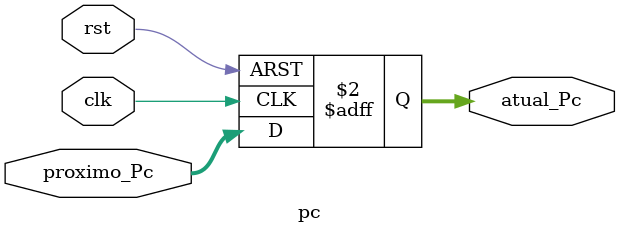
<source format=v>
module pc(
input wire clk, // entrada do clock
input wire rst, // entrada do pulso de reset
input wire [31:0] proximo_Pc, // entrada do proximo pc ( será diferente de pc +4 no caso de branch)
output reg [31:0] atual_Pc // saida do pc atual
);

always @(posedge clk or posedge rst) begin // só inicia a função, ao sentir um pulso de reset ou clock.
if(rst)
atual_Pc <= 32'h00000000; // reinicia o PC para 0.
else
atual_Pc <= proximo_Pc; // se não for reset, simplesmente o pc vai receber o valor calculado da ULA ( geralmente + 4 )

end

endmodule
</source>
